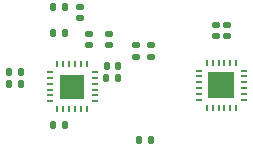
<source format=gbp>
G04 #@! TF.GenerationSoftware,KiCad,Pcbnew,8.0.5*
G04 #@! TF.CreationDate,2025-05-26T10:54:01-04:00*
G04 #@! TF.ProjectId,tcg_counter,7463675f-636f-4756-9e74-65722e6b6963,1*
G04 #@! TF.SameCoordinates,Original*
G04 #@! TF.FileFunction,Paste,Bot*
G04 #@! TF.FilePolarity,Positive*
%FSLAX46Y46*%
G04 Gerber Fmt 4.6, Leading zero omitted, Abs format (unit mm)*
G04 Created by KiCad (PCBNEW 8.0.5) date 2025-05-26 10:54:01*
%MOMM*%
%LPD*%
G01*
G04 APERTURE LIST*
G04 Aperture macros list*
%AMRoundRect*
0 Rectangle with rounded corners*
0 $1 Rounding radius*
0 $2 $3 $4 $5 $6 $7 $8 $9 X,Y pos of 4 corners*
0 Add a 4 corners polygon primitive as box body*
4,1,4,$2,$3,$4,$5,$6,$7,$8,$9,$2,$3,0*
0 Add four circle primitives for the rounded corners*
1,1,$1+$1,$2,$3*
1,1,$1+$1,$4,$5*
1,1,$1+$1,$6,$7*
1,1,$1+$1,$8,$9*
0 Add four rect primitives between the rounded corners*
20,1,$1+$1,$2,$3,$4,$5,0*
20,1,$1+$1,$4,$5,$6,$7,0*
20,1,$1+$1,$6,$7,$8,$9,0*
20,1,$1+$1,$8,$9,$2,$3,0*%
G04 Aperture macros list end*
%ADD10R,0.025400X0.025400*%
%ADD11O,0.240000X0.599999*%
%ADD12O,0.599999X0.240000*%
%ADD13R,2.100001X2.100001*%
%ADD14RoundRect,0.140000X0.170000X-0.140000X0.170000X0.140000X-0.170000X0.140000X-0.170000X-0.140000X0*%
%ADD15RoundRect,0.135000X-0.185000X0.135000X-0.185000X-0.135000X0.185000X-0.135000X0.185000X0.135000X0*%
%ADD16RoundRect,0.140000X-0.140000X-0.170000X0.140000X-0.170000X0.140000X0.170000X-0.140000X0.170000X0*%
%ADD17RoundRect,0.140000X-0.170000X0.140000X-0.170000X-0.140000X0.170000X-0.140000X0.170000X0.140000X0*%
%ADD18RoundRect,0.140000X0.140000X0.170000X-0.140000X0.170000X-0.140000X-0.170000X0.140000X-0.170000X0*%
%ADD19R,0.600000X0.250000*%
%ADD20R,0.250000X0.600000*%
%ADD21R,2.200000X2.200000*%
%ADD22RoundRect,0.135000X0.135000X0.185000X-0.135000X0.185000X-0.135000X-0.185000X0.135000X-0.185000X0*%
G04 APERTURE END LIST*
D10*
X135100001Y-104000000D03*
D11*
X133850001Y-102100001D03*
X134350000Y-102100001D03*
X134850001Y-102100001D03*
X135350001Y-102100001D03*
X135850002Y-102100001D03*
X136350001Y-102100001D03*
D12*
X137000000Y-102750000D03*
X137000000Y-103249999D03*
X137000000Y-103750000D03*
X137000000Y-104250000D03*
X137000000Y-104750001D03*
X137000000Y-105250000D03*
D11*
X136350001Y-105899999D03*
X135850002Y-105899999D03*
X135350001Y-105899999D03*
X134850001Y-105899999D03*
X134350000Y-105899999D03*
X133850001Y-105899999D03*
D12*
X133200002Y-105250000D03*
X133200002Y-104750001D03*
X133200002Y-104250000D03*
X133200002Y-103750000D03*
X133200002Y-103249999D03*
X133200002Y-102750000D03*
D13*
X135100001Y-104000000D03*
D14*
X135750000Y-98230000D03*
X135750000Y-97270000D03*
D15*
X141750000Y-100490000D03*
X141750000Y-101510000D03*
D16*
X138020000Y-102250000D03*
X138980000Y-102250000D03*
X133500000Y-107250000D03*
X134460000Y-107250000D03*
D15*
X140500000Y-100490000D03*
X140500000Y-101510000D03*
D17*
X138250000Y-99540000D03*
X138250000Y-100500000D03*
D18*
X130750000Y-102750000D03*
X129790000Y-102750000D03*
D19*
X149650001Y-102642300D03*
X149650001Y-103142300D03*
X149650001Y-103642300D03*
X149650001Y-104142300D03*
X149650001Y-104642300D03*
X149650001Y-105142300D03*
D20*
X149000001Y-105792300D03*
X148500001Y-105792300D03*
X148000001Y-105792300D03*
X147500001Y-105792300D03*
X147000001Y-105792300D03*
X146500001Y-105792300D03*
D19*
X145850001Y-105142300D03*
X145850001Y-104642300D03*
X145850001Y-104142300D03*
X145850001Y-103642300D03*
X145850001Y-103142300D03*
X145850001Y-102642300D03*
D20*
X146500001Y-101992300D03*
X147000001Y-101992300D03*
X147500001Y-101992300D03*
X148000001Y-101992300D03*
X148500001Y-101992300D03*
X149000001Y-101992300D03*
D21*
X147750001Y-103892300D03*
D14*
X148250000Y-99750000D03*
X148250000Y-98790000D03*
D16*
X133520000Y-97250000D03*
X134480000Y-97250000D03*
D22*
X141760000Y-108500000D03*
X140740000Y-108500000D03*
D18*
X130750000Y-103750000D03*
X129790000Y-103750000D03*
D14*
X147250000Y-99750000D03*
X147250000Y-98790000D03*
D16*
X133520000Y-99500000D03*
X134480000Y-99500000D03*
D14*
X136500000Y-100500000D03*
X136500000Y-99540000D03*
D16*
X138000000Y-103250000D03*
X138960000Y-103250000D03*
M02*

</source>
